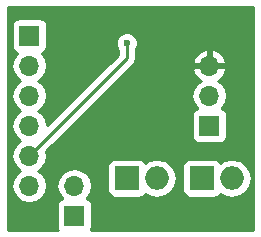
<source format=gtl>
G04 #@! TF.FileFunction,Copper,L1,Top,Signal*
%FSLAX46Y46*%
G04 Gerber Fmt 4.6, Leading zero omitted, Abs format (unit mm)*
G04 Created by KiCad (PCBNEW 4.0.6) date 08/27/17 18:35:28*
%MOMM*%
%LPD*%
G01*
G04 APERTURE LIST*
%ADD10C,0.100000*%
%ADD11R,1.700000X1.700000*%
%ADD12O,1.700000X1.700000*%
%ADD13O,1.998980X1.998980*%
%ADD14R,1.998980X1.998980*%
%ADD15C,0.600000*%
%ADD16C,0.250000*%
%ADD17C,0.254000*%
G04 APERTURE END LIST*
D10*
D11*
X133350000Y-87630000D03*
D12*
X133350000Y-90170000D03*
X133350000Y-92710000D03*
X133350000Y-95250000D03*
X133350000Y-97790000D03*
X133350000Y-100330000D03*
D13*
X150495000Y-99695000D03*
D14*
X147955000Y-99695000D03*
D13*
X144145000Y-99695000D03*
D14*
X141605000Y-99695000D03*
D11*
X148590000Y-95250000D03*
D12*
X148590000Y-92710000D03*
X148590000Y-90170000D03*
D11*
X137160000Y-102870000D03*
D12*
X137160000Y-100330000D03*
D15*
X141605000Y-88265000D03*
D16*
X133350000Y-87630000D02*
X133985000Y-86995000D01*
X141605000Y-89535000D02*
X133350000Y-97790000D01*
X141605000Y-88265000D02*
X141605000Y-89535000D01*
D17*
G36*
X152325000Y-104065000D02*
X138542812Y-104065000D01*
X138606431Y-103971890D01*
X138657440Y-103720000D01*
X138657440Y-102020000D01*
X138613162Y-101784683D01*
X138474090Y-101568559D01*
X138261890Y-101423569D01*
X138194459Y-101409914D01*
X138239147Y-101380054D01*
X138561054Y-100898285D01*
X138674093Y-100330000D01*
X138561054Y-99761715D01*
X138239147Y-99279946D01*
X137757378Y-98958039D01*
X137189093Y-98845000D01*
X137130907Y-98845000D01*
X136562622Y-98958039D01*
X136080853Y-99279946D01*
X135758946Y-99761715D01*
X135645907Y-100330000D01*
X135758946Y-100898285D01*
X136080853Y-101380054D01*
X136122452Y-101407850D01*
X136074683Y-101416838D01*
X135858559Y-101555910D01*
X135713569Y-101768110D01*
X135662560Y-102020000D01*
X135662560Y-103720000D01*
X135706838Y-103955317D01*
X135777417Y-104065000D01*
X131520000Y-104065000D01*
X131520000Y-90170000D01*
X131835907Y-90170000D01*
X131948946Y-90738285D01*
X132270853Y-91220054D01*
X132600026Y-91440000D01*
X132270853Y-91659946D01*
X131948946Y-92141715D01*
X131835907Y-92710000D01*
X131948946Y-93278285D01*
X132270853Y-93760054D01*
X132600026Y-93980000D01*
X132270853Y-94199946D01*
X131948946Y-94681715D01*
X131835907Y-95250000D01*
X131948946Y-95818285D01*
X132270853Y-96300054D01*
X132600026Y-96520000D01*
X132270853Y-96739946D01*
X131948946Y-97221715D01*
X131835907Y-97790000D01*
X131948946Y-98358285D01*
X132270853Y-98840054D01*
X132600026Y-99060000D01*
X132270853Y-99279946D01*
X131948946Y-99761715D01*
X131835907Y-100330000D01*
X131948946Y-100898285D01*
X132270853Y-101380054D01*
X132752622Y-101701961D01*
X133320907Y-101815000D01*
X133379093Y-101815000D01*
X133947378Y-101701961D01*
X134429147Y-101380054D01*
X134751054Y-100898285D01*
X134864093Y-100330000D01*
X134751054Y-99761715D01*
X134429147Y-99279946D01*
X134099974Y-99060000D01*
X134429147Y-98840054D01*
X134525727Y-98695510D01*
X139958070Y-98695510D01*
X139958070Y-100694490D01*
X140002348Y-100929807D01*
X140141420Y-101145931D01*
X140353620Y-101290921D01*
X140605510Y-101341930D01*
X142604490Y-101341930D01*
X142839807Y-101297652D01*
X143055931Y-101158580D01*
X143169390Y-100992527D01*
X143487486Y-101205072D01*
X144112978Y-101329490D01*
X144177022Y-101329490D01*
X144802514Y-101205072D01*
X145332781Y-100850759D01*
X145687094Y-100320492D01*
X145811512Y-99695000D01*
X145687094Y-99069508D01*
X145437197Y-98695510D01*
X146308070Y-98695510D01*
X146308070Y-100694490D01*
X146352348Y-100929807D01*
X146491420Y-101145931D01*
X146703620Y-101290921D01*
X146955510Y-101341930D01*
X148954490Y-101341930D01*
X149189807Y-101297652D01*
X149405931Y-101158580D01*
X149519390Y-100992527D01*
X149837486Y-101205072D01*
X150462978Y-101329490D01*
X150527022Y-101329490D01*
X151152514Y-101205072D01*
X151682781Y-100850759D01*
X152037094Y-100320492D01*
X152161512Y-99695000D01*
X152037094Y-99069508D01*
X151682781Y-98539241D01*
X151152514Y-98184928D01*
X150527022Y-98060510D01*
X150462978Y-98060510D01*
X149837486Y-98184928D01*
X149517923Y-98398453D01*
X149418580Y-98244069D01*
X149206380Y-98099079D01*
X148954490Y-98048070D01*
X146955510Y-98048070D01*
X146720193Y-98092348D01*
X146504069Y-98231420D01*
X146359079Y-98443620D01*
X146308070Y-98695510D01*
X145437197Y-98695510D01*
X145332781Y-98539241D01*
X144802514Y-98184928D01*
X144177022Y-98060510D01*
X144112978Y-98060510D01*
X143487486Y-98184928D01*
X143167923Y-98398453D01*
X143068580Y-98244069D01*
X142856380Y-98099079D01*
X142604490Y-98048070D01*
X140605510Y-98048070D01*
X140370193Y-98092348D01*
X140154069Y-98231420D01*
X140009079Y-98443620D01*
X139958070Y-98695510D01*
X134525727Y-98695510D01*
X134751054Y-98358285D01*
X134864093Y-97790000D01*
X134791210Y-97423592D01*
X139504802Y-92710000D01*
X147075907Y-92710000D01*
X147188946Y-93278285D01*
X147510853Y-93760054D01*
X147552452Y-93787850D01*
X147504683Y-93796838D01*
X147288559Y-93935910D01*
X147143569Y-94148110D01*
X147092560Y-94400000D01*
X147092560Y-96100000D01*
X147136838Y-96335317D01*
X147275910Y-96551441D01*
X147488110Y-96696431D01*
X147740000Y-96747440D01*
X149440000Y-96747440D01*
X149675317Y-96703162D01*
X149891441Y-96564090D01*
X150036431Y-96351890D01*
X150087440Y-96100000D01*
X150087440Y-94400000D01*
X150043162Y-94164683D01*
X149904090Y-93948559D01*
X149691890Y-93803569D01*
X149624459Y-93789914D01*
X149669147Y-93760054D01*
X149991054Y-93278285D01*
X150104093Y-92710000D01*
X149991054Y-92141715D01*
X149669147Y-91659946D01*
X149328447Y-91432298D01*
X149471358Y-91365183D01*
X149861645Y-90936924D01*
X150031476Y-90526890D01*
X149910155Y-90297000D01*
X148717000Y-90297000D01*
X148717000Y-90317000D01*
X148463000Y-90317000D01*
X148463000Y-90297000D01*
X147269845Y-90297000D01*
X147148524Y-90526890D01*
X147318355Y-90936924D01*
X147708642Y-91365183D01*
X147851553Y-91432298D01*
X147510853Y-91659946D01*
X147188946Y-92141715D01*
X147075907Y-92710000D01*
X139504802Y-92710000D01*
X142142401Y-90072401D01*
X142307148Y-89825839D01*
X142309679Y-89813110D01*
X147148524Y-89813110D01*
X147269845Y-90043000D01*
X148463000Y-90043000D01*
X148463000Y-88849181D01*
X148717000Y-88849181D01*
X148717000Y-90043000D01*
X149910155Y-90043000D01*
X150031476Y-89813110D01*
X149861645Y-89403076D01*
X149471358Y-88974817D01*
X148946892Y-88728514D01*
X148717000Y-88849181D01*
X148463000Y-88849181D01*
X148233108Y-88728514D01*
X147708642Y-88974817D01*
X147318355Y-89403076D01*
X147148524Y-89813110D01*
X142309679Y-89813110D01*
X142365000Y-89535000D01*
X142365000Y-88827463D01*
X142397192Y-88795327D01*
X142539838Y-88451799D01*
X142540162Y-88079833D01*
X142398117Y-87736057D01*
X142135327Y-87472808D01*
X141791799Y-87330162D01*
X141419833Y-87329838D01*
X141076057Y-87471883D01*
X140812808Y-87734673D01*
X140670162Y-88078201D01*
X140669838Y-88450167D01*
X140811883Y-88793943D01*
X140845000Y-88827118D01*
X140845000Y-89220198D01*
X134855981Y-95209217D01*
X134751054Y-94681715D01*
X134429147Y-94199946D01*
X134099974Y-93980000D01*
X134429147Y-93760054D01*
X134751054Y-93278285D01*
X134864093Y-92710000D01*
X134751054Y-92141715D01*
X134429147Y-91659946D01*
X134099974Y-91440000D01*
X134429147Y-91220054D01*
X134751054Y-90738285D01*
X134864093Y-90170000D01*
X134751054Y-89601715D01*
X134429147Y-89119946D01*
X134387548Y-89092150D01*
X134435317Y-89083162D01*
X134651441Y-88944090D01*
X134796431Y-88731890D01*
X134847440Y-88480000D01*
X134847440Y-86780000D01*
X134803162Y-86544683D01*
X134664090Y-86328559D01*
X134451890Y-86183569D01*
X134200000Y-86132560D01*
X132500000Y-86132560D01*
X132264683Y-86176838D01*
X132048559Y-86315910D01*
X131903569Y-86528110D01*
X131852560Y-86780000D01*
X131852560Y-88480000D01*
X131896838Y-88715317D01*
X132035910Y-88931441D01*
X132248110Y-89076431D01*
X132315541Y-89090086D01*
X132270853Y-89119946D01*
X131948946Y-89601715D01*
X131835907Y-90170000D01*
X131520000Y-90170000D01*
X131520000Y-85165000D01*
X152325000Y-85165000D01*
X152325000Y-104065000D01*
X152325000Y-104065000D01*
G37*
X152325000Y-104065000D02*
X138542812Y-104065000D01*
X138606431Y-103971890D01*
X138657440Y-103720000D01*
X138657440Y-102020000D01*
X138613162Y-101784683D01*
X138474090Y-101568559D01*
X138261890Y-101423569D01*
X138194459Y-101409914D01*
X138239147Y-101380054D01*
X138561054Y-100898285D01*
X138674093Y-100330000D01*
X138561054Y-99761715D01*
X138239147Y-99279946D01*
X137757378Y-98958039D01*
X137189093Y-98845000D01*
X137130907Y-98845000D01*
X136562622Y-98958039D01*
X136080853Y-99279946D01*
X135758946Y-99761715D01*
X135645907Y-100330000D01*
X135758946Y-100898285D01*
X136080853Y-101380054D01*
X136122452Y-101407850D01*
X136074683Y-101416838D01*
X135858559Y-101555910D01*
X135713569Y-101768110D01*
X135662560Y-102020000D01*
X135662560Y-103720000D01*
X135706838Y-103955317D01*
X135777417Y-104065000D01*
X131520000Y-104065000D01*
X131520000Y-90170000D01*
X131835907Y-90170000D01*
X131948946Y-90738285D01*
X132270853Y-91220054D01*
X132600026Y-91440000D01*
X132270853Y-91659946D01*
X131948946Y-92141715D01*
X131835907Y-92710000D01*
X131948946Y-93278285D01*
X132270853Y-93760054D01*
X132600026Y-93980000D01*
X132270853Y-94199946D01*
X131948946Y-94681715D01*
X131835907Y-95250000D01*
X131948946Y-95818285D01*
X132270853Y-96300054D01*
X132600026Y-96520000D01*
X132270853Y-96739946D01*
X131948946Y-97221715D01*
X131835907Y-97790000D01*
X131948946Y-98358285D01*
X132270853Y-98840054D01*
X132600026Y-99060000D01*
X132270853Y-99279946D01*
X131948946Y-99761715D01*
X131835907Y-100330000D01*
X131948946Y-100898285D01*
X132270853Y-101380054D01*
X132752622Y-101701961D01*
X133320907Y-101815000D01*
X133379093Y-101815000D01*
X133947378Y-101701961D01*
X134429147Y-101380054D01*
X134751054Y-100898285D01*
X134864093Y-100330000D01*
X134751054Y-99761715D01*
X134429147Y-99279946D01*
X134099974Y-99060000D01*
X134429147Y-98840054D01*
X134525727Y-98695510D01*
X139958070Y-98695510D01*
X139958070Y-100694490D01*
X140002348Y-100929807D01*
X140141420Y-101145931D01*
X140353620Y-101290921D01*
X140605510Y-101341930D01*
X142604490Y-101341930D01*
X142839807Y-101297652D01*
X143055931Y-101158580D01*
X143169390Y-100992527D01*
X143487486Y-101205072D01*
X144112978Y-101329490D01*
X144177022Y-101329490D01*
X144802514Y-101205072D01*
X145332781Y-100850759D01*
X145687094Y-100320492D01*
X145811512Y-99695000D01*
X145687094Y-99069508D01*
X145437197Y-98695510D01*
X146308070Y-98695510D01*
X146308070Y-100694490D01*
X146352348Y-100929807D01*
X146491420Y-101145931D01*
X146703620Y-101290921D01*
X146955510Y-101341930D01*
X148954490Y-101341930D01*
X149189807Y-101297652D01*
X149405931Y-101158580D01*
X149519390Y-100992527D01*
X149837486Y-101205072D01*
X150462978Y-101329490D01*
X150527022Y-101329490D01*
X151152514Y-101205072D01*
X151682781Y-100850759D01*
X152037094Y-100320492D01*
X152161512Y-99695000D01*
X152037094Y-99069508D01*
X151682781Y-98539241D01*
X151152514Y-98184928D01*
X150527022Y-98060510D01*
X150462978Y-98060510D01*
X149837486Y-98184928D01*
X149517923Y-98398453D01*
X149418580Y-98244069D01*
X149206380Y-98099079D01*
X148954490Y-98048070D01*
X146955510Y-98048070D01*
X146720193Y-98092348D01*
X146504069Y-98231420D01*
X146359079Y-98443620D01*
X146308070Y-98695510D01*
X145437197Y-98695510D01*
X145332781Y-98539241D01*
X144802514Y-98184928D01*
X144177022Y-98060510D01*
X144112978Y-98060510D01*
X143487486Y-98184928D01*
X143167923Y-98398453D01*
X143068580Y-98244069D01*
X142856380Y-98099079D01*
X142604490Y-98048070D01*
X140605510Y-98048070D01*
X140370193Y-98092348D01*
X140154069Y-98231420D01*
X140009079Y-98443620D01*
X139958070Y-98695510D01*
X134525727Y-98695510D01*
X134751054Y-98358285D01*
X134864093Y-97790000D01*
X134791210Y-97423592D01*
X139504802Y-92710000D01*
X147075907Y-92710000D01*
X147188946Y-93278285D01*
X147510853Y-93760054D01*
X147552452Y-93787850D01*
X147504683Y-93796838D01*
X147288559Y-93935910D01*
X147143569Y-94148110D01*
X147092560Y-94400000D01*
X147092560Y-96100000D01*
X147136838Y-96335317D01*
X147275910Y-96551441D01*
X147488110Y-96696431D01*
X147740000Y-96747440D01*
X149440000Y-96747440D01*
X149675317Y-96703162D01*
X149891441Y-96564090D01*
X150036431Y-96351890D01*
X150087440Y-96100000D01*
X150087440Y-94400000D01*
X150043162Y-94164683D01*
X149904090Y-93948559D01*
X149691890Y-93803569D01*
X149624459Y-93789914D01*
X149669147Y-93760054D01*
X149991054Y-93278285D01*
X150104093Y-92710000D01*
X149991054Y-92141715D01*
X149669147Y-91659946D01*
X149328447Y-91432298D01*
X149471358Y-91365183D01*
X149861645Y-90936924D01*
X150031476Y-90526890D01*
X149910155Y-90297000D01*
X148717000Y-90297000D01*
X148717000Y-90317000D01*
X148463000Y-90317000D01*
X148463000Y-90297000D01*
X147269845Y-90297000D01*
X147148524Y-90526890D01*
X147318355Y-90936924D01*
X147708642Y-91365183D01*
X147851553Y-91432298D01*
X147510853Y-91659946D01*
X147188946Y-92141715D01*
X147075907Y-92710000D01*
X139504802Y-92710000D01*
X142142401Y-90072401D01*
X142307148Y-89825839D01*
X142309679Y-89813110D01*
X147148524Y-89813110D01*
X147269845Y-90043000D01*
X148463000Y-90043000D01*
X148463000Y-88849181D01*
X148717000Y-88849181D01*
X148717000Y-90043000D01*
X149910155Y-90043000D01*
X150031476Y-89813110D01*
X149861645Y-89403076D01*
X149471358Y-88974817D01*
X148946892Y-88728514D01*
X148717000Y-88849181D01*
X148463000Y-88849181D01*
X148233108Y-88728514D01*
X147708642Y-88974817D01*
X147318355Y-89403076D01*
X147148524Y-89813110D01*
X142309679Y-89813110D01*
X142365000Y-89535000D01*
X142365000Y-88827463D01*
X142397192Y-88795327D01*
X142539838Y-88451799D01*
X142540162Y-88079833D01*
X142398117Y-87736057D01*
X142135327Y-87472808D01*
X141791799Y-87330162D01*
X141419833Y-87329838D01*
X141076057Y-87471883D01*
X140812808Y-87734673D01*
X140670162Y-88078201D01*
X140669838Y-88450167D01*
X140811883Y-88793943D01*
X140845000Y-88827118D01*
X140845000Y-89220198D01*
X134855981Y-95209217D01*
X134751054Y-94681715D01*
X134429147Y-94199946D01*
X134099974Y-93980000D01*
X134429147Y-93760054D01*
X134751054Y-93278285D01*
X134864093Y-92710000D01*
X134751054Y-92141715D01*
X134429147Y-91659946D01*
X134099974Y-91440000D01*
X134429147Y-91220054D01*
X134751054Y-90738285D01*
X134864093Y-90170000D01*
X134751054Y-89601715D01*
X134429147Y-89119946D01*
X134387548Y-89092150D01*
X134435317Y-89083162D01*
X134651441Y-88944090D01*
X134796431Y-88731890D01*
X134847440Y-88480000D01*
X134847440Y-86780000D01*
X134803162Y-86544683D01*
X134664090Y-86328559D01*
X134451890Y-86183569D01*
X134200000Y-86132560D01*
X132500000Y-86132560D01*
X132264683Y-86176838D01*
X132048559Y-86315910D01*
X131903569Y-86528110D01*
X131852560Y-86780000D01*
X131852560Y-88480000D01*
X131896838Y-88715317D01*
X132035910Y-88931441D01*
X132248110Y-89076431D01*
X132315541Y-89090086D01*
X132270853Y-89119946D01*
X131948946Y-89601715D01*
X131835907Y-90170000D01*
X131520000Y-90170000D01*
X131520000Y-85165000D01*
X152325000Y-85165000D01*
X152325000Y-104065000D01*
M02*

</source>
